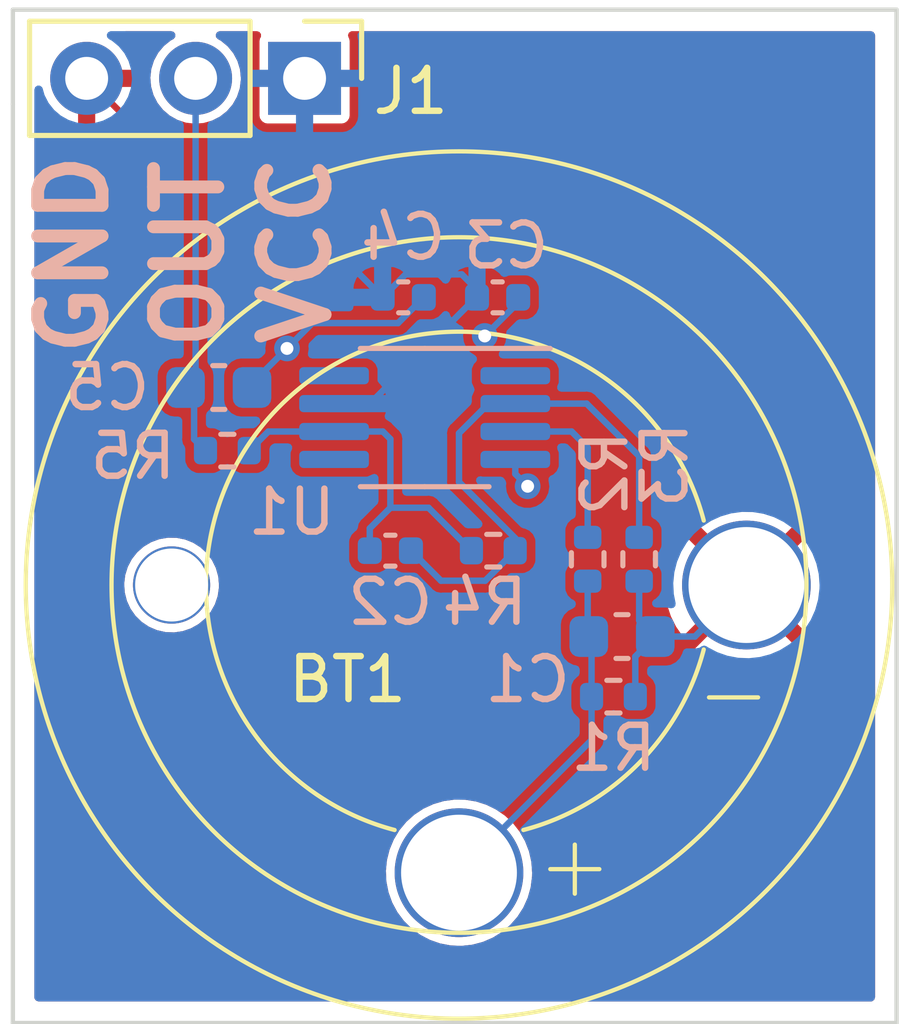
<source format=kicad_pcb>
(kicad_pcb (version 20211014) (generator pcbnew)
  (layers (0 "F.Cu" signal) (31 "B.Cu" signal) (34 "B.Paste" user) (35 "F.Paste" user) (36 "B.SilkS" user "B.Silkscreen") (37 "F.SilkS" user "F.Silkscreen") (38 "B.Mask" user) (39 "F.Mask" user) (44 "Edge.Cuts" user))
  (net 0 "")
  (net 1 "Net-(BT1-Pad1)")
  (net 2 "Net-(C2-Pad1)")
  (net 3 "Net-(C2-Pad2)")
  (net 4 "VCC")
  (net 5 "GND")
  (net 6 "Net-(R2-Pad2)")
  (net 10 "/OUT")
  (footprint "footprints:AO-03" (layer "F.Cu") (at 50 50)
    (fp_text reference "BT1" (at -2.6 2.2 unlocked) (layer "F.SilkS"))
    (fp_text value "AO3(Oxygen sensor)")
    (fp_text user "-" (at 6.4 2.5 unlocked) (layer "F.SilkS") (effects (font (size 1.5 1.5) (thickness 0.1))))
    (fp_text user "+" (at 2.7 6.5 unlocked) (layer "F.SilkS") (effects (font (size 1.5 1.5) (thickness 0.1))))
    (fp_arc (start -1.50151 5.70574) (mid -4.17193 -4.17193) (end 5.70574 -1.50151) (layer "F.SilkS") (width 0.1))
    (fp_arc (start 5.70574 1.50151) (mid 4.17193 4.17193) (end 1.50151 5.70574) (layer "F.SilkS") (width 0.1))
    (fp_circle (center 0 0) (end 8.1 0) (layer "F.SilkS") (width 0.1) (fill none))
    (fp_circle (center 0 0) (end 10.1 0) (layer "F.SilkS") (width 0.1) (fill none))
    (pad "" np_thru_hole circle (at -6.7 0) (size 1.8 1.8) (drill 1.7) (layers F&B.Cu *.Mask))
    (pad "1" thru_hole circle (at 0 6.7) (size 3 3) (drill 2.7) (layers *.Cu *.Mask) (net 1 "Net-(BT1-Pad1)"))
    (pad "2" thru_hole circle (at 6.7 0) (size 3 3) (drill 2.7) (layers *.Cu *.Mask) (net 5 "GND"))
  )
  (footprint "Connector_PinHeader_2.54mm:PinHeader_1x03_P2.54mm_Vertical" (layer "F.Cu") (at 46.4 38.2 -90)
    (fp_text reference "J1" (at 0.3 -2.475) (layer "F.SilkS"))
    (fp_text value "Conn_01x03")
    (fp_line (start -1.33 0) (end -1.33 -1.33) (layer "F.SilkS") (width 0.12))
    (fp_line (start -1.33 1.27) (end -1.33 6.41) (layer "F.SilkS") (width 0.12))
    (fp_line (start -1.33 -1.33) (end 0 -1.33) (layer "F.SilkS") (width 0.12))
    (fp_line (start -1.33 1.27) (end 1.33 1.27) (layer "F.SilkS") (width 0.12))
    (fp_line (start 1.33 1.27) (end 1.33 6.41) (layer "F.SilkS") (width 0.12))
    (fp_line (start -1.33 6.41) (end 1.33 6.41) (layer "F.SilkS") (width 0.12))
    (pad "1" thru_hole rect (at 0 0 270) (size 1.7 1.7) (drill 1) (layers *.Cu *.Mask) (net 4 "VCC"))
    (pad "2" thru_hole oval (at 0 2.54 270) (size 1.7 1.7) (drill 1) (layers *.Cu *.Mask) (net 10 "/OUT"))
    (pad "3" thru_hole oval (at 0 5.08 270) (size 1.7 1.7) (drill 1) (layers *.Cu *.Mask) (net 5 "GND"))
  )
  (footprint "Resistor_SMD:R_0402_1005Metric" (layer "B.Cu") (at 50.8 49.2 180)
    (fp_text reference "R4" (at 0.2 -1.2) (layer "B.SilkS") (effects (justify mirror)))
    (fp_text value "400k")
    (fp_line (start -0.153641 -0.38) (end 0.153641 -0.38) (layer "B.SilkS") (width 0.12))
    (fp_line (start -0.153641 0.38) (end 0.153641 0.38) (layer "B.SilkS") (width 0.12))
    (pad "1" smd roundrect (at -0.51 0 180) (size 0.54 0.64) (layers "B.Cu" "B.Paste" "B.Mask") (net 2 "Net-(C2-Pad1)"))
    (pad "2" smd roundrect (at 0.51 0 180) (size 0.54 0.64) (layers "B.Cu" "B.Paste" "B.Mask") (net 3 "Net-(C2-Pad2)"))
  )
  (footprint "Capacitor_SMD:C_0402_1005Metric" (layer "B.Cu") (at 48.4 49.2 180)
    (fp_text reference "C2" (at 0 -1.2) (layer "B.SilkS") (effects (justify mirror)))
    (fp_text value "10n")
    (fp_line (start -0.107836 -0.36) (end 0.107836 -0.36) (layer "B.SilkS") (width 0.12))
    (fp_line (start -0.107836 0.36) (end 0.107836 0.36) (layer "B.SilkS") (width 0.12))
    (pad "1" smd roundrect (at -0.48 0 180) (size 0.56 0.62) (layers "B.Cu" "B.Paste" "B.Mask") (net 2 "Net-(C2-Pad1)"))
    (pad "2" smd roundrect (at 0.48 0 180) (size 0.56 0.62) (layers "B.Cu" "B.Paste" "B.Mask") (net 3 "Net-(C2-Pad2)"))
  )
  (footprint "Resistor_SMD:R_0402_1005Metric" (layer "B.Cu") (at 53 49.4 90)
    (fp_text reference "R2" (at 2 0.4 90) (layer "B.SilkS") (effects (justify mirror)))
    (fp_text value "10k")
    (fp_line (start -0.153641 0.38) (end 0.153641 0.38) (layer "B.SilkS") (width 0.12))
    (fp_line (start -0.153641 -0.38) (end 0.153641 -0.38) (layer "B.SilkS") (width 0.12))
    (pad "1" smd roundrect (at -0.51 0 90) (size 0.54 0.64) (layers "B.Cu" "B.Paste" "B.Mask") (net 1 "Net-(BT1-Pad1)"))
    (pad "2" smd roundrect (at 0.51 0 90) (size 0.54 0.64) (layers "B.Cu" "B.Paste" "B.Mask") (net 6 "Net-(R2-Pad2)"))
  )
  (footprint "Capacitor_SMD:C_0603_1608Metric" (layer "B.Cu") (at 44.4 45.4)
    (fp_text reference "C5" (at -2.6 0 180) (layer "B.SilkS") (effects (justify mirror)))
    (fp_text value "10u")
    (fp_line (start -0.14058 0.51) (end 0.14058 0.51) (layer "B.SilkS") (width 0.12))
    (fp_line (start -0.14058 -0.51) (end 0.14058 -0.51) (layer "B.SilkS") (width 0.12))
    (pad "1" smd roundrect (at -0.775 0) (size 0.9 0.95) (layers "B.Cu" "B.Paste" "B.Mask") (net 10 "/OUT"))
    (pad "2" smd roundrect (at 0.775 0) (size 0.9 0.95) (layers "B.Cu" "B.Paste" "B.Mask") (net 5 "GND"))
  )
  (footprint "Package_SO:MSOP-8_3x3mm_P0.65mm" (layer "B.Cu") (at 49.2 46.1 180)
    (fp_text reference "U1" (at 3.1 -2.2) (layer "B.SilkS") (effects (justify mirror)))
    (fp_text value "AD8551ARM")
    (fp_line (start 0 1.61) (end -2.925 1.61) (layer "B.SilkS") (width 0.12))
    (fp_line (start 0 1.61) (end 1.5 1.61) (layer "B.SilkS") (width 0.12))
    (fp_line (start 0 -1.61) (end 1.5 -1.61) (layer "B.SilkS") (width 0.12))
    (fp_line (start 0 -1.61) (end -1.5 -1.61) (layer "B.SilkS") (width 0.12))
    (pad "1" smd roundrect (at -2.1125 0.975 180) (size 1.625 0.4) (layers "B.Cu" "B.Paste" "B.Mask"))
    (pad "2" smd roundrect (at -2.1125 0.325 180) (size 1.625 0.4) (layers "B.Cu" "B.Paste" "B.Mask") (net 2 "Net-(C2-Pad1)"))
    (pad "3" smd roundrect (at -2.1125 -0.325 180) (size 1.625 0.4) (layers "B.Cu" "B.Paste" "B.Mask") (net 6 "Net-(R2-Pad2)"))
    (pad "4" smd roundrect (at -2.1125 -0.975 180) (size 1.625 0.4) (layers "B.Cu" "B.Paste" "B.Mask") (net 5 "GND"))
    (pad "5" smd roundrect (at 2.1125 -0.975 180) (size 1.625 0.4) (layers "B.Cu" "B.Paste" "B.Mask"))
    (pad "6" smd roundrect (at 2.1125 -0.325 180) (size 1.625 0.4) (layers "B.Cu" "B.Paste" "B.Mask") (net 3 "Net-(C2-Pad2)"))
    (pad "7" smd roundrect (at 2.1125 0.325 180) (size 1.625 0.4) (layers "B.Cu" "B.Paste" "B.Mask") (net 4 "VCC"))
    (pad "8" smd roundrect (at 2.1125 0.975 180) (size 1.625 0.4) (layers "B.Cu" "B.Paste" "B.Mask"))
  )
  (footprint "Resistor_SMD:R_0402_1005Metric" (layer "B.Cu") (at 53.6 52.6 180)
    (fp_text reference "R1" (at 0 -1.2) (layer "B.SilkS") (effects (justify mirror)))
    (fp_text value "100")
    (fp_line (start -0.153641 0.38) (end 0.153641 0.38) (layer "B.SilkS") (width 0.12))
    (fp_line (start -0.153641 -0.38) (end 0.153641 -0.38) (layer "B.SilkS") (width 0.12))
    (pad "1" smd roundrect (at -0.51 0 180) (size 0.54 0.64) (layers "B.Cu" "B.Paste" "B.Mask") (net 5 "GND"))
    (pad "2" smd roundrect (at 0.51 0 180) (size 0.54 0.64) (layers "B.Cu" "B.Paste" "B.Mask") (net 1 "Net-(BT1-Pad1)"))
  )
  (footprint "Resistor_SMD:R_0402_1005Metric" (layer "B.Cu") (at 54.2 49.4 90)
    (fp_text reference "R3" (at 2.2 0.6 90) (layer "B.SilkS") (effects (justify mirror)))
    (fp_text value "10k")
    (fp_line (start -0.153641 0.38) (end 0.153641 0.38) (layer "B.SilkS") (width 0.12))
    (fp_line (start -0.153641 -0.38) (end 0.153641 -0.38) (layer "B.SilkS") (width 0.12))
    (pad "1" smd roundrect (at -0.51 0 90) (size 0.54 0.64) (layers "B.Cu" "B.Paste" "B.Mask") (net 5 "GND"))
    (pad "2" smd roundrect (at 0.51 0 90) (size 0.54 0.64) (layers "B.Cu" "B.Paste" "B.Mask") (net 2 "Net-(C2-Pad1)"))
  )
  (footprint "Resistor_SMD:R_0402_1005Metric" (layer "B.Cu") (at 44.6 46.87 180)
    (fp_text reference "R5" (at 2.2 -0.13) (layer "B.SilkS") (effects (justify mirror)))
    (fp_text value "100")
    (fp_line (start -0.153641 -0.38) (end 0.153641 -0.38) (layer "B.SilkS") (width 0.12))
    (fp_line (start -0.153641 0.38) (end 0.153641 0.38) (layer "B.SilkS") (width 0.12))
    (pad "1" smd roundrect (at -0.51 0 180) (size 0.54 0.64) (layers "B.Cu" "B.Paste" "B.Mask") (net 3 "Net-(C2-Pad2)"))
    (pad "2" smd roundrect (at 0.51 0 180) (size 0.54 0.64) (layers "B.Cu" "B.Paste" "B.Mask") (net 10 "/OUT"))
  )
  (footprint "Capacitor_SMD:C_0402_1005Metric" (layer "B.Cu") (at 48.7 43.3)
    (fp_text reference "C4" (at 0 -1.4) (layer "B.SilkS") (effects (justify mirror)))
    (fp_text value "100n")
    (fp_line (start -0.107836 0.36) (end 0.107836 0.36) (layer "B.SilkS") (width 0.12))
    (fp_line (start -0.107836 -0.36) (end 0.107836 -0.36) (layer "B.SilkS") (width 0.12))
    (pad "1" smd roundrect (at -0.48 0) (size 0.56 0.62) (layers "B.Cu" "B.Paste" "B.Mask") (net 4 "VCC"))
    (pad "2" smd roundrect (at 0.48 0) (size 0.56 0.62) (layers "B.Cu" "B.Paste" "B.Mask") (net 5 "GND"))
  )
  (footprint "Capacitor_SMD:C_0402_1005Metric" (layer "B.Cu") (at 50.9 43.3)
    (fp_text reference "C3" (at 0.2 -1.2) (layer "B.SilkS") (effects (justify mirror)))
    (fp_text value "10n")
    (fp_line (start -0.107836 -0.36) (end 0.107836 -0.36) (layer "B.SilkS") (width 0.12))
    (fp_line (start -0.107836 0.36) (end 0.107836 0.36) (layer "B.SilkS") (width 0.12))
    (pad "1" smd roundrect (at -0.48 0) (size 0.56 0.62) (layers "B.Cu" "B.Paste" "B.Mask") (net 4 "VCC"))
    (pad "2" smd roundrect (at 0.48 0) (size 0.56 0.62) (layers "B.Cu" "B.Paste" "B.Mask") (net 5 "GND"))
  )
  (footprint "Capacitor_SMD:C_0603_1608Metric" (layer "B.Cu") (at 53.8 51.2)
    (fp_text reference "C1" (at -2.2 1) (layer "B.SilkS") (effects (justify mirror)))
    (fp_text value "4.7u")
    (fp_line (start -0.14058 0.51) (end 0.14058 0.51) (layer "B.SilkS") (width 0.12))
    (fp_line (start -0.14058 -0.51) (end 0.14058 -0.51) (layer "B.SilkS") (width 0.12))
    (pad "1" smd roundrect (at -0.775 0) (size 0.9 0.95) (layers "B.Cu" "B.Paste" "B.Mask") (net 1 "Net-(BT1-Pad1)"))
    (pad "2" smd roundrect (at 0.775 0) (size 0.9 0.95) (layers "B.Cu" "B.Paste" "B.Mask") (net 5 "GND"))
  )
  (gr_line (start 39.6 38.8) (end 39.6 60.2) (layer "Edge.Cuts") (width 0.1))
  (gr_line (start 39.6 60.2) (end 60.2 60.2) (layer "Edge.Cuts") (width 0.1))
  (gr_line (start 39.6 36.6) (end 39.6 38.8) (layer "Edge.Cuts") (width 0.1))
  (gr_line (start 60.2 60.2) (end 60.2 36.6) (layer "Edge.Cuts") (width 0.1))
  (gr_line (start 60.2 36.6) (end 39.6 36.6) (layer "Edge.Cuts") (width 0.1))
  (gr_text "GND" (at 41 42.3 90) (layer "B.SilkS") (effects (font (size 1.5 1.5) (thickness 0.3))))
  (gr_text "OUT" (at 43.7 42.3 90) (layer "B.SilkS") (effects (font (size 1.5 1.5) (thickness 0.3))))
  (gr_text "VCC" (at 46.2 42.2 90) (layer "B.SilkS") (effects (font (size 1.5 1.5) (thickness 0.3))))
  (segment (start 53 51.175) (end 53.025 51.2) (width 0.15) (layer "B.Cu") (net 1))
  (segment (start 53.09 51.265) (end 53.025 51.2) (width 0.15) (layer "B.Cu") (net 1))
  (segment (start 53.09 52.6) (end 53.09 51.265) (width 0.15) (layer "B.Cu") (net 1))
  (segment (start 53.09 53.61) (end 50 56.7) (width 0.15) (layer "B.Cu") (net 1))
  (segment (start 53 49.91) (end 53 51.175) (width 0.15) (layer "B.Cu") (net 1))
  (segment (start 53.09 52.6) (end 53.09 53.61) (width 0.15) (layer "B.Cu") (net 1))
  (segment (start 51.31 49.2) (end 51.31 48.91) (width 0.15) (layer "B.Cu") (net 2))
  (segment (start 50 47.6) (end 50 46.465381) (width 0.15) (layer "B.Cu") (net 2))
  (segment (start 50.61 49.9) (end 51.31 49.2) (width 0.15) (layer "B.Cu") (net 2))
  (segment (start 54.2 47) (end 52.975 45.775) (width 0.15) (layer "B.Cu") (net 2))
  (segment (start 54.2 48.89) (end 54.2 47) (width 0.15) (layer "B.Cu") (net 2))
  (segment (start 48.88 49.2) (end 49.58 49.9) (width 0.15) (layer "B.Cu") (net 2))
  (segment (start 52.975 45.775) (end 51.3125 45.775) (width 0.15) (layer "B.Cu") (net 2))
  (segment (start 51.31 48.91) (end 50 47.6) (width 0.15) (layer "B.Cu") (net 2))
  (segment (start 50 46.465381) (end 50.690381 45.775) (width 0.15) (layer "B.Cu") (net 2))
  (segment (start 50.690381 45.775) (end 51.3125 45.775) (width 0.15) (layer "B.Cu") (net 2))
  (segment (start 49.58 49.9) (end 50.61 49.9) (width 0.15) (layer "B.Cu") (net 2))
  (segment (start 45.555 46.425) (end 47.0875 46.425) (width 0.15) (layer "B.Cu") (net 3))
  (segment (start 45.11 46.87) (end 45.555 46.425) (width 0.15) (layer "B.Cu") (net 3))
  (segment (start 48.225 46.425) (end 48.4 46.6) (width 0.15) (layer "B.Cu") (net 3))
  (segment (start 49.29 48.2) (end 50.29 49.2) (width 0.15) (layer "B.Cu") (net 3))
  (segment (start 48.4 48.2) (end 49.29 48.2) (width 0.15) (layer "B.Cu") (net 3))
  (segment (start 48.4 46.6) (end 48.4 48.2) (width 0.15) (layer "B.Cu") (net 3))
  (segment (start 47.0875 46.425) (end 48.225 46.425) (width 0.15) (layer "B.Cu") (net 3))
  (segment (start 47.92 48.68) (end 47.92 49.2) (width 0.15) (layer "B.Cu") (net 3))
  (segment (start 48.4 48.2) (end 47.92 48.68) (width 0.15) (layer "B.Cu") (net 3))
  (segment (start 47.925 45.775) (end 47.0875 45.775) (width 0.15) (layer "B.Cu") (net 4))
  (segment (start 50.42 43.12) (end 50.065 42.765) (width 0.15) (layer "B.Cu") (net 4))
  (segment (start 50.065 42.765) (end 48.755 42.765) (width 0.15) (layer "B.Cu") (net 4))
  (segment (start 50.42 43.3) (end 50.4 43.3) (width 0.15) (layer "B.Cu") (net 4))
  (segment (start 48.22 43.3) (end 46.4 41.48) (width 0.15) (layer "B.Cu") (net 4))
  (segment (start 50.4 43.3) (end 47.925 45.775) (width 0.15) (layer "B.Cu") (net 4))
  (segment (start 50.42 43.3) (end 50.42 43.12) (width 0.15) (layer "B.Cu") (net 4))
  (segment (start 48.755 42.765) (end 48.22 43.3) (width 0.15) (layer "B.Cu") (net 4))
  (segment (start 46.4 41.48) (end 46.4 38.2) (width 0.15) (layer "B.Cu") (net 4))
  (segment (start 49.9 46.6) (end 49.9 44.9) (width 0.15) (layer "F.Cu") (net 5))
  (segment (start 49.9 44.9) (end 50.6 44.2) (width 0.15) (layer "F.Cu") (net 5))
  (segment (start 51 47.7) (end 49.9 46.6) (width 0.15) (layer "F.Cu") (net 5))
  (segment (start 45.99 44.49) (end 45.99 42.87) (width 0.15) (layer "F.Cu") (net 5))
  (segment (start 45.99 42.87) (end 41.32 38.2) (width 0.15) (layer "F.Cu") (net 5))
  (segment (start 51.6 47.7) (end 51 47.7) (width 0.15) (layer "F.Cu") (net 5))
  (via (at 50.6 44.2) (size 0.6) (drill 0.3) (layers "F.Cu" "B.Cu") (net 5))
  (via (at 45.99 44.49) (size 0.6) (drill 0.3) (layers "F.Cu" "B.Cu") (net 5))
  (via (at 51.6 47.7) (size 0.6) (drill 0.3) (layers "F.Cu" "B.Cu") (net 5))
  (segment (start 51.38 43.3) (end 51.38 43.42) (width 0.15) (layer "B.Cu") (net 5))
  (segment (start 46.58 43.9) (end 45.99 44.49) (width 0.15) (layer "B.Cu") (net 5))
  (segment (start 45.99 44.49) (end 45.08 45.4) (width 0.15) (layer "B.Cu") (net 5))
  (segment (start 51.38 43.42) (end 50.6 44.2) (width 0.15) (layer "B.Cu") (net 5))
  (segment (start 54.2 49.91) (end 54.2 50.825) (width 0.15) (layer "B.Cu") (net 5))
  (segment (start 51.3125 47.4125) (end 51.6 47.7) (width 0.15) (layer "B.Cu") (net 5))
  (segment (start 54.11 51.665) (end 54.575 51.2) (width 0.15) (layer "B.Cu") (net 5))
  (segment (start 54.11 52.6) (end 54.11 51.665) (width 0.15) (layer "B.Cu") (net 5))
  (segment (start 55.5 51.2) (end 56.7 50) (width 0.15) (layer "B.Cu") (net 5))
  (segment (start 48.58 43.9) (end 46.58 43.9) (width 0.15) (layer "B.Cu") (net 5))
  (segment (start 51.3125 47.075) (end 51.3125 47.4125) (width 0.15) (layer "B.Cu") (net 5))
  (segment (start 54.2 50.825) (end 54.575 51.2) (width 0.15) (layer "B.Cu") (net 5))
  (segment (start 54.575 51.2) (end 55.5 51.2) (width 0.15) (layer "B.Cu") (net 5))
  (segment (start 49.18 43.3) (end 48.58 43.9) (width 0.15) (layer "B.Cu") (net 5))
  (segment (start 52.625 46.425) (end 53 46.8) (width 0.15) (layer "B.Cu") (net 6))
  (segment (start 53 46.8) (end 53 48.89) (width 0.15) (layer "B.Cu") (net 6))
  (segment (start 51.3125 46.425) (end 52.625 46.425) (width 0.15) (layer "B.Cu") (net 6))
  (segment (start 43.86 45.365) (end 43.825 45.4) (width 0.15) (layer "B.Cu") (net 10))
  (segment (start 43.86 38.2) (end 43.86 45.365) (width 0.15) (layer "B.Cu") (net 10))
  (segment (start 43.825 46.605) (end 44.09 46.87) (width 0.15) (layer "B.Cu") (net 10))
  (segment (start 43.825 45.4) (end 43.825 46.605) (width 0.15) (layer "B.Cu") (net 10))
  (zone (net 5) (net_name "GND") (layer "F.Cu") (name "GND") (connect_pads (clearance 0.2)) (min_thickness 0.2) (fill yes (thermal_gap 0.4) (thermal_bridge_width 0.4))
    (polygon (pts (xy 60.3 36.7) (xy 60.3 47.9) (xy 60.3 60.1) (xy 51.3 60.1) (xy 43.9 60.1) (xy 39.3 60.1) (xy 39.3 44.5) (xy 39.3 36.7) (xy 45 36.7) (xy 47.4 36.7)))
  )
  (zone (net 4) (net_name "VCC") (layer "B.Cu") (name "VCC") (connect_pads (clearance 0.2)) (min_thickness 0.2) (fill yes (thermal_gap 0.4) (thermal_bridge_width 0.4))
    (polygon (pts (xy 60.3 36.7) (xy 60.3 47.9) (xy 60.3 60.1) (xy 51.3 60.1) (xy 43.9 60.1) (xy 39.3 60.1) (xy 39.3 44.5) (xy 39.3 36.7) (xy 45 36.7) (xy 47.4 36.7)))
  )
)
</source>
